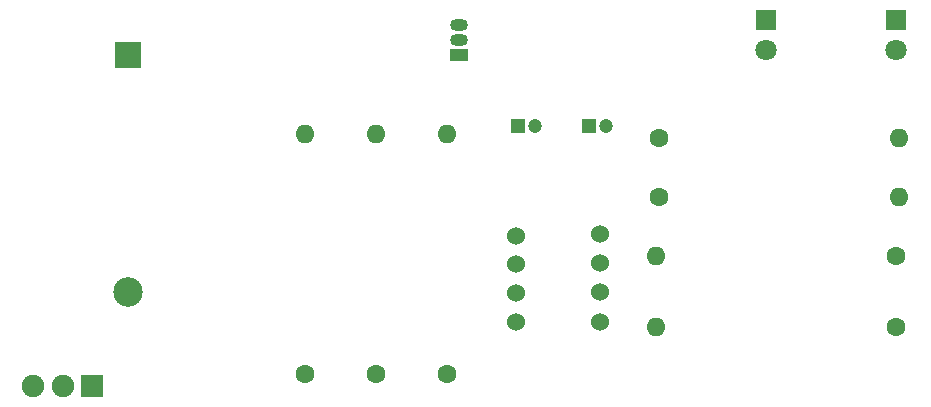
<source format=gtl>
G04 #@! TF.GenerationSoftware,KiCad,Pcbnew,(5.1.5)-3*
G04 #@! TF.CreationDate,2019-12-22T13:16:54-05:00*
G04 #@! TF.ProjectId,557_circuit,3535375f-6369-4726-9375-69742e6b6963,rev?*
G04 #@! TF.SameCoordinates,Original*
G04 #@! TF.FileFunction,Copper,L1,Top*
G04 #@! TF.FilePolarity,Positive*
%FSLAX46Y46*%
G04 Gerber Fmt 4.6, Leading zero omitted, Abs format (unit mm)*
G04 Created by KiCad (PCBNEW (5.1.5)-3) date 2019-12-22 13:16:54*
%MOMM*%
%LPD*%
G04 APERTURE LIST*
%ADD10C,1.900000*%
%ADD11R,1.900000X1.900000*%
%ADD12C,2.500000*%
%ADD13R,2.170000X2.170000*%
%ADD14C,1.524000*%
%ADD15R,1.200000X1.200000*%
%ADD16C,1.200000*%
%ADD17R,1.800000X1.800000*%
%ADD18C,1.800000*%
%ADD19O,1.500000X1.050000*%
%ADD20R,1.500000X1.050000*%
%ADD21O,1.600000X1.600000*%
%ADD22C,1.600000*%
G04 APERTURE END LIST*
D10*
X20000000Y-57000000D03*
X22500000Y-57000000D03*
D11*
X25000000Y-57000000D03*
D12*
X28000000Y-49000000D03*
D13*
X28000000Y-29000000D03*
D14*
X68000000Y-44164600D03*
X68000000Y-46603000D03*
X68000000Y-49066800D03*
X68000000Y-51606800D03*
X68000000Y-51606800D03*
X68000000Y-49066800D03*
X68000000Y-46603000D03*
X68000000Y-44164600D03*
X60888000Y-51606800D03*
X60888000Y-49143000D03*
X60888000Y-46704600D03*
X60888000Y-44266200D03*
D15*
X61000000Y-35000000D03*
D16*
X62500000Y-35000000D03*
X68500000Y-35000000D03*
D15*
X67000000Y-35000000D03*
D17*
X93000000Y-26000000D03*
D18*
X93000000Y-28540000D03*
X82000000Y-28540000D03*
D17*
X82000000Y-26000000D03*
D19*
X56000000Y-27730000D03*
X56000000Y-26460000D03*
D20*
X56000000Y-29000000D03*
D21*
X55000000Y-35680000D03*
D22*
X55000000Y-56000000D03*
X73000000Y-41000000D03*
D21*
X93320000Y-41000000D03*
X72680000Y-46000000D03*
D22*
X93000000Y-46000000D03*
X93000000Y-52000000D03*
D21*
X72680000Y-52000000D03*
D22*
X73000000Y-36000000D03*
D21*
X93320000Y-36000000D03*
X49000000Y-35680000D03*
D22*
X49000000Y-56000000D03*
X43000000Y-56000000D03*
D21*
X43000000Y-35680000D03*
M02*

</source>
